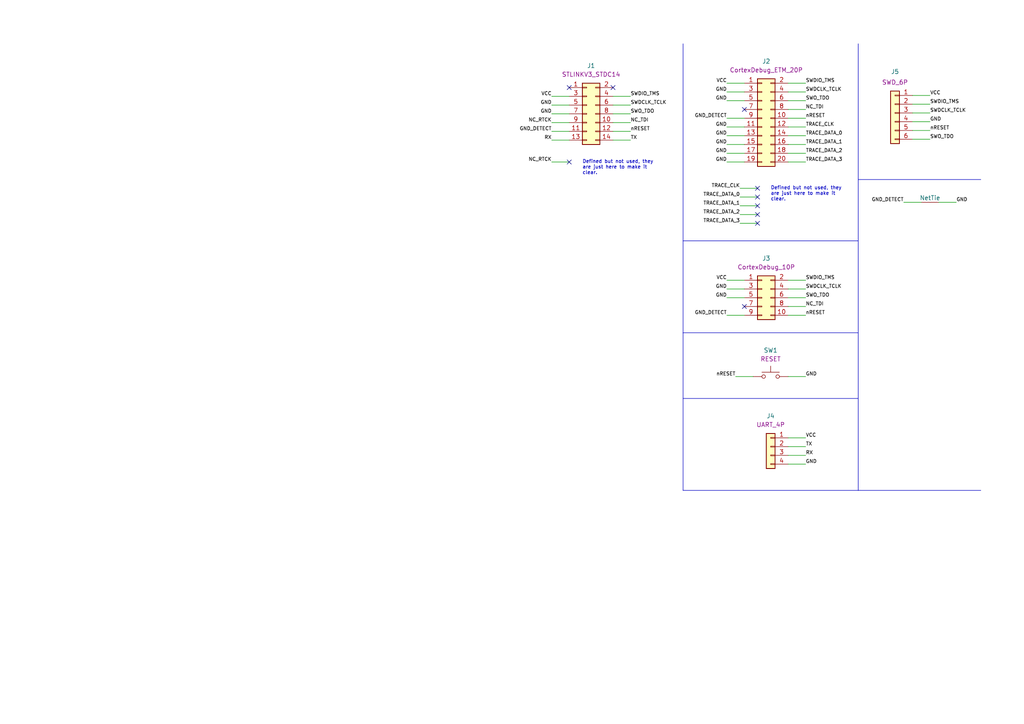
<source format=kicad_sch>
(kicad_sch (version 20230121) (generator eeschema)

  (uuid 50af08b7-9eb0-4199-add4-a3e594662856)

  (paper "A4")

  (title_block
    (title "ST-Link V3 MINI Adapter")
    (date "2022-10-03")
    (rev "2.0")
    (company "BlendEthanol by BZH Embedded Solutions")
  )

  (lib_symbols
    (symbol "Connector_Generic:Conn_01x04" (pin_names (offset 1.016) hide) (in_bom yes) (on_board yes)
      (property "Reference" "J" (at 0 5.08 0)
        (effects (font (size 1.27 1.27)))
      )
      (property "Value" "Conn_01x04" (at 0 -7.62 0)
        (effects (font (size 1.27 1.27)))
      )
      (property "Footprint" "" (at 0 0 0)
        (effects (font (size 1.27 1.27)) hide)
      )
      (property "Datasheet" "~" (at 0 0 0)
        (effects (font (size 1.27 1.27)) hide)
      )
      (property "ki_keywords" "connector" (at 0 0 0)
        (effects (font (size 1.27 1.27)) hide)
      )
      (property "ki_description" "Generic connector, single row, 01x04, script generated (kicad-library-utils/schlib/autogen/connector/)" (at 0 0 0)
        (effects (font (size 1.27 1.27)) hide)
      )
      (property "ki_fp_filters" "Connector*:*_1x??_*" (at 0 0 0)
        (effects (font (size 1.27 1.27)) hide)
      )
      (symbol "Conn_01x04_1_1"
        (rectangle (start -1.27 -4.953) (end 0 -5.207)
          (stroke (width 0.1524) (type default))
          (fill (type none))
        )
        (rectangle (start -1.27 -2.413) (end 0 -2.667)
          (stroke (width 0.1524) (type default))
          (fill (type none))
        )
        (rectangle (start -1.27 0.127) (end 0 -0.127)
          (stroke (width 0.1524) (type default))
          (fill (type none))
        )
        (rectangle (start -1.27 2.667) (end 0 2.413)
          (stroke (width 0.1524) (type default))
          (fill (type none))
        )
        (rectangle (start -1.27 3.81) (end 1.27 -6.35)
          (stroke (width 0.254) (type default))
          (fill (type background))
        )
        (pin passive line (at -5.08 2.54 0) (length 3.81)
          (name "Pin_1" (effects (font (size 1.27 1.27))))
          (number "1" (effects (font (size 1.27 1.27))))
        )
        (pin passive line (at -5.08 0 0) (length 3.81)
          (name "Pin_2" (effects (font (size 1.27 1.27))))
          (number "2" (effects (font (size 1.27 1.27))))
        )
        (pin passive line (at -5.08 -2.54 0) (length 3.81)
          (name "Pin_3" (effects (font (size 1.27 1.27))))
          (number "3" (effects (font (size 1.27 1.27))))
        )
        (pin passive line (at -5.08 -5.08 0) (length 3.81)
          (name "Pin_4" (effects (font (size 1.27 1.27))))
          (number "4" (effects (font (size 1.27 1.27))))
        )
      )
    )
    (symbol "Connector_Generic:Conn_01x06" (pin_names (offset 1.016) hide) (in_bom yes) (on_board yes)
      (property "Reference" "J" (at 0 7.62 0)
        (effects (font (size 1.27 1.27)))
      )
      (property "Value" "Conn_01x06" (at 0 -10.16 0)
        (effects (font (size 1.27 1.27)))
      )
      (property "Footprint" "" (at 0 0 0)
        (effects (font (size 1.27 1.27)) hide)
      )
      (property "Datasheet" "~" (at 0 0 0)
        (effects (font (size 1.27 1.27)) hide)
      )
      (property "ki_keywords" "connector" (at 0 0 0)
        (effects (font (size 1.27 1.27)) hide)
      )
      (property "ki_description" "Generic connector, single row, 01x06, script generated (kicad-library-utils/schlib/autogen/connector/)" (at 0 0 0)
        (effects (font (size 1.27 1.27)) hide)
      )
      (property "ki_fp_filters" "Connector*:*_1x??_*" (at 0 0 0)
        (effects (font (size 1.27 1.27)) hide)
      )
      (symbol "Conn_01x06_1_1"
        (rectangle (start -1.27 -7.493) (end 0 -7.747)
          (stroke (width 0.1524) (type default))
          (fill (type none))
        )
        (rectangle (start -1.27 -4.953) (end 0 -5.207)
          (stroke (width 0.1524) (type default))
          (fill (type none))
        )
        (rectangle (start -1.27 -2.413) (end 0 -2.667)
          (stroke (width 0.1524) (type default))
          (fill (type none))
        )
        (rectangle (start -1.27 0.127) (end 0 -0.127)
          (stroke (width 0.1524) (type default))
          (fill (type none))
        )
        (rectangle (start -1.27 2.667) (end 0 2.413)
          (stroke (width 0.1524) (type default))
          (fill (type none))
        )
        (rectangle (start -1.27 5.207) (end 0 4.953)
          (stroke (width 0.1524) (type default))
          (fill (type none))
        )
        (rectangle (start -1.27 6.35) (end 1.27 -8.89)
          (stroke (width 0.254) (type default))
          (fill (type background))
        )
        (pin passive line (at -5.08 5.08 0) (length 3.81)
          (name "Pin_1" (effects (font (size 1.27 1.27))))
          (number "1" (effects (font (size 1.27 1.27))))
        )
        (pin passive line (at -5.08 2.54 0) (length 3.81)
          (name "Pin_2" (effects (font (size 1.27 1.27))))
          (number "2" (effects (font (size 1.27 1.27))))
        )
        (pin passive line (at -5.08 0 0) (length 3.81)
          (name "Pin_3" (effects (font (size 1.27 1.27))))
          (number "3" (effects (font (size 1.27 1.27))))
        )
        (pin passive line (at -5.08 -2.54 0) (length 3.81)
          (name "Pin_4" (effects (font (size 1.27 1.27))))
          (number "4" (effects (font (size 1.27 1.27))))
        )
        (pin passive line (at -5.08 -5.08 0) (length 3.81)
          (name "Pin_5" (effects (font (size 1.27 1.27))))
          (number "5" (effects (font (size 1.27 1.27))))
        )
        (pin passive line (at -5.08 -7.62 0) (length 3.81)
          (name "Pin_6" (effects (font (size 1.27 1.27))))
          (number "6" (effects (font (size 1.27 1.27))))
        )
      )
    )
    (symbol "Connector_Generic:Conn_02x05_Odd_Even" (pin_names (offset 1.016) hide) (in_bom yes) (on_board yes)
      (property "Reference" "J" (at 1.27 7.62 0)
        (effects (font (size 1.27 1.27)))
      )
      (property "Value" "Conn_02x05_Odd_Even" (at 1.27 -7.62 0)
        (effects (font (size 1.27 1.27)))
      )
      (property "Footprint" "" (at 0 0 0)
        (effects (font (size 1.27 1.27)) hide)
      )
      (property "Datasheet" "~" (at 0 0 0)
        (effects (font (size 1.27 1.27)) hide)
      )
      (property "ki_keywords" "connector" (at 0 0 0)
        (effects (font (size 1.27 1.27)) hide)
      )
      (property "ki_description" "Generic connector, double row, 02x05, odd/even pin numbering scheme (row 1 odd numbers, row 2 even numbers), script generated (kicad-library-utils/schlib/autogen/connector/)" (at 0 0 0)
        (effects (font (size 1.27 1.27)) hide)
      )
      (property "ki_fp_filters" "Connector*:*_2x??_*" (at 0 0 0)
        (effects (font (size 1.27 1.27)) hide)
      )
      (symbol "Conn_02x05_Odd_Even_1_1"
        (rectangle (start -1.27 -4.953) (end 0 -5.207)
          (stroke (width 0.1524) (type default))
          (fill (type none))
        )
        (rectangle (start -1.27 -2.413) (end 0 -2.667)
          (stroke (width 0.1524) (type default))
          (fill (type none))
        )
        (rectangle (start -1.27 0.127) (end 0 -0.127)
          (stroke (width 0.1524) (type default))
          (fill (type none))
        )
        (rectangle (start -1.27 2.667) (end 0 2.413)
          (stroke (width 0.1524) (type default))
          (fill (type none))
        )
        (rectangle (start -1.27 5.207) (end 0 4.953)
          (stroke (width 0.1524) (type default))
          (fill (type none))
        )
        (rectangle (start -1.27 6.35) (end 3.81 -6.35)
          (stroke (width 0.254) (type default))
          (fill (type background))
        )
        (rectangle (start 3.81 -4.953) (end 2.54 -5.207)
          (stroke (width 0.1524) (type default))
          (fill (type none))
        )
        (rectangle (start 3.81 -2.413) (end 2.54 -2.667)
          (stroke (width 0.1524) (type default))
          (fill (type none))
        )
        (rectangle (start 3.81 0.127) (end 2.54 -0.127)
          (stroke (width 0.1524) (type default))
          (fill (type none))
        )
        (rectangle (start 3.81 2.667) (end 2.54 2.413)
          (stroke (width 0.1524) (type default))
          (fill (type none))
        )
        (rectangle (start 3.81 5.207) (end 2.54 4.953)
          (stroke (width 0.1524) (type default))
          (fill (type none))
        )
        (pin passive line (at -5.08 5.08 0) (length 3.81)
          (name "Pin_1" (effects (font (size 1.27 1.27))))
          (number "1" (effects (font (size 1.27 1.27))))
        )
        (pin passive line (at 7.62 -5.08 180) (length 3.81)
          (name "Pin_10" (effects (font (size 1.27 1.27))))
          (number "10" (effects (font (size 1.27 1.27))))
        )
        (pin passive line (at 7.62 5.08 180) (length 3.81)
          (name "Pin_2" (effects (font (size 1.27 1.27))))
          (number "2" (effects (font (size 1.27 1.27))))
        )
        (pin passive line (at -5.08 2.54 0) (length 3.81)
          (name "Pin_3" (effects (font (size 1.27 1.27))))
          (number "3" (effects (font (size 1.27 1.27))))
        )
        (pin passive line (at 7.62 2.54 180) (length 3.81)
          (name "Pin_4" (effects (font (size 1.27 1.27))))
          (number "4" (effects (font (size 1.27 1.27))))
        )
        (pin passive line (at -5.08 0 0) (length 3.81)
          (name "Pin_5" (effects (font (size 1.27 1.27))))
          (number "5" (effects (font (size 1.27 1.27))))
        )
        (pin passive line (at 7.62 0 180) (length 3.81)
          (name "Pin_6" (effects (font (size 1.27 1.27))))
          (number "6" (effects (font (size 1.27 1.27))))
        )
        (pin passive line (at -5.08 -2.54 0) (length 3.81)
          (name "Pin_7" (effects (font (size 1.27 1.27))))
          (number "7" (effects (font (size 1.27 1.27))))
        )
        (pin passive line (at 7.62 -2.54 180) (length 3.81)
          (name "Pin_8" (effects (font (size 1.27 1.27))))
          (number "8" (effects (font (size 1.27 1.27))))
        )
        (pin passive line (at -5.08 -5.08 0) (length 3.81)
          (name "Pin_9" (effects (font (size 1.27 1.27))))
          (number "9" (effects (font (size 1.27 1.27))))
        )
      )
    )
    (symbol "Connector_Generic:Conn_02x07_Odd_Even" (pin_names (offset 1.016) hide) (in_bom yes) (on_board yes)
      (property "Reference" "J" (at 1.27 10.16 0)
        (effects (font (size 1.27 1.27)))
      )
      (property "Value" "Conn_02x07_Odd_Even" (at 1.27 -10.16 0)
        (effects (font (size 1.27 1.27)))
      )
      (property "Footprint" "" (at 0 0 0)
        (effects (font (size 1.27 1.27)) hide)
      )
      (property "Datasheet" "~" (at 0 0 0)
        (effects (font (size 1.27 1.27)) hide)
      )
      (property "ki_keywords" "connector" (at 0 0 0)
        (effects (font (size 1.27 1.27)) hide)
      )
      (property "ki_description" "Generic connector, double row, 02x07, odd/even pin numbering scheme (row 1 odd numbers, row 2 even numbers), script generated (kicad-library-utils/schlib/autogen/connector/)" (at 0 0 0)
        (effects (font (size 1.27 1.27)) hide)
      )
      (property "ki_fp_filters" "Connector*:*_2x??_*" (at 0 0 0)
        (effects (font (size 1.27 1.27)) hide)
      )
      (symbol "Conn_02x07_Odd_Even_1_1"
        (rectangle (start -1.27 -7.493) (end 0 -7.747)
          (stroke (width 0.1524) (type default))
          (fill (type none))
        )
        (rectangle (start -1.27 -4.953) (end 0 -5.207)
          (stroke (width 0.1524) (type default))
          (fill (type none))
        )
        (rectangle (start -1.27 -2.413) (end 0 -2.667)
          (stroke (width 0.1524) (type default))
          (fill (type none))
        )
        (rectangle (start -1.27 0.127) (end 0 -0.127)
          (stroke (width 0.1524) (type default))
          (fill (type none))
        )
        (rectangle (start -1.27 2.667) (end 0 2.413)
          (stroke (width 0.1524) (type default))
          (fill (type none))
        )
        (rectangle (start -1.27 5.207) (end 0 4.953)
          (stroke (width 0.1524) (type default))
          (fill (type none))
        )
        (rectangle (start -1.27 7.747) (end 0 7.493)
          (stroke (width 0.1524) (type default))
          (fill (type none))
        )
        (rectangle (start -1.27 8.89) (end 3.81 -8.89)
          (stroke (width 0.254) (type default))
          (fill (type background))
        )
        (rectangle (start 3.81 -7.493) (end 2.54 -7.747)
          (stroke (width 0.1524) (type default))
          (fill (type none))
        )
        (rectangle (start 3.81 -4.953) (end 2.54 -5.207)
          (stroke (width 0.1524) (type default))
          (fill (type none))
        )
        (rectangle (start 3.81 -2.413) (end 2.54 -2.667)
          (stroke (width 0.1524) (type default))
          (fill (type none))
        )
        (rectangle (start 3.81 0.127) (end 2.54 -0.127)
          (stroke (width 0.1524) (type default))
          (fill (type none))
        )
        (rectangle (start 3.81 2.667) (end 2.54 2.413)
          (stroke (width 0.1524) (type default))
          (fill (type none))
        )
        (rectangle (start 3.81 5.207) (end 2.54 4.953)
          (stroke (width 0.1524) (type default))
          (fill (type none))
        )
        (rectangle (start 3.81 7.747) (end 2.54 7.493)
          (stroke (width 0.1524) (type default))
          (fill (type none))
        )
        (pin passive line (at -5.08 7.62 0) (length 3.81)
          (name "Pin_1" (effects (font (size 1.27 1.27))))
          (number "1" (effects (font (size 1.27 1.27))))
        )
        (pin passive line (at 7.62 -2.54 180) (length 3.81)
          (name "Pin_10" (effects (font (size 1.27 1.27))))
          (number "10" (effects (font (size 1.27 1.27))))
        )
        (pin passive line (at -5.08 -5.08 0) (length 3.81)
          (name "Pin_11" (effects (font (size 1.27 1.27))))
          (number "11" (effects (font (size 1.27 1.27))))
        )
        (pin passive line (at 7.62 -5.08 180) (length 3.81)
          (name "Pin_12" (effects (font (size 1.27 1.27))))
          (number "12" (effects (font (size 1.27 1.27))))
        )
        (pin passive line (at -5.08 -7.62 0) (length 3.81)
          (name "Pin_13" (effects (font (size 1.27 1.27))))
          (number "13" (effects (font (size 1.27 1.27))))
        )
        (pin passive line (at 7.62 -7.62 180) (length 3.81)
          (name "Pin_14" (effects (font (size 1.27 1.27))))
          (number "14" (effects (font (size 1.27 1.27))))
        )
        (pin passive line (at 7.62 7.62 180) (length 3.81)
          (name "Pin_2" (effects (font (size 1.27 1.27))))
          (number "2" (effects (font (size 1.27 1.27))))
        )
        (pin passive line (at -5.08 5.08 0) (length 3.81)
          (name "Pin_3" (effects (font (size 1.27 1.27))))
          (number "3" (effects (font (size 1.27 1.27))))
        )
        (pin passive line (at 7.62 5.08 180) (length 3.81)
          (name "Pin_4" (effects (font (size 1.27 1.27))))
          (number "4" (effects (font (size 1.27 1.27))))
        )
        (pin passive line (at -5.08 2.54 0) (length 3.81)
          (name "Pin_5" (effects (font (size 1.27 1.27))))
          (number "5" (effects (font (size 1.27 1.27))))
        )
        (pin passive line (at 7.62 2.54 180) (length 3.81)
          (name "Pin_6" (effects (font (size 1.27 1.27))))
          (number "6" (effects (font (size 1.27 1.27))))
        )
        (pin passive line (at -5.08 0 0) (length 3.81)
          (name "Pin_7" (effects (font (size 1.27 1.27))))
          (number "7" (effects (font (size 1.27 1.27))))
        )
        (pin passive line (at 7.62 0 180) (length 3.81)
          (name "Pin_8" (effects (font (size 1.27 1.27))))
          (number "8" (effects (font (size 1.27 1.27))))
        )
        (pin passive line (at -5.08 -2.54 0) (length 3.81)
          (name "Pin_9" (effects (font (size 1.27 1.27))))
          (number "9" (effects (font (size 1.27 1.27))))
        )
      )
    )
    (symbol "Connector_Generic:Conn_02x10_Odd_Even" (pin_names (offset 1.016) hide) (in_bom yes) (on_board yes)
      (property "Reference" "J" (at 1.27 12.7 0)
        (effects (font (size 1.27 1.27)))
      )
      (property "Value" "Conn_02x10_Odd_Even" (at 1.27 -15.24 0)
        (effects (font (size 1.27 1.27)))
      )
      (property "Footprint" "" (at 0 0 0)
        (effects (font (size 1.27 1.27)) hide)
      )
      (property "Datasheet" "~" (at 0 0 0)
        (effects (font (size 1.27 1.27)) hide)
      )
      (property "ki_keywords" "connector" (at 0 0 0)
        (effects (font (size 1.27 1.27)) hide)
      )
      (property "ki_description" "Generic connector, double row, 02x10, odd/even pin numbering scheme (row 1 odd numbers, row 2 even numbers), script generated (kicad-library-utils/schlib/autogen/connector/)" (at 0 0 0)
        (effects (font (size 1.27 1.27)) hide)
      )
      (property "ki_fp_filters" "Connector*:*_2x??_*" (at 0 0 0)
        (effects (font (size 1.27 1.27)) hide)
      )
      (symbol "Conn_02x10_Odd_Even_1_1"
        (rectangle (start -1.27 -12.573) (end 0 -12.827)
          (stroke (width 0.1524) (type default))
          (fill (type none))
        )
        (rectangle (start -1.27 -10.033) (end 0 -10.287)
          (stroke (width 0.1524) (type default))
          (fill (type none))
        )
        (rectangle (start -1.27 -7.493) (end 0 -7.747)
          (stroke (width 0.1524) (type default))
          (fill (type none))
        )
        (rectangle (start -1.27 -4.953) (end 0 -5.207)
          (stroke (width 0.1524) (type default))
          (fill (type none))
        )
        (rectangle (start -1.27 -2.413) (end 0 -2.667)
          (stroke (width 0.1524) (type default))
          (fill (type none))
        )
        (rectangle (start -1.27 0.127) (end 0 -0.127)
          (stroke (width 0.1524) (type default))
          (fill (type none))
        )
        (rectangle (start -1.27 2.667) (end 0 2.413)
          (stroke (width 0.1524) (type default))
          (fill (type none))
        )
        (rectangle (start -1.27 5.207) (end 0 4.953)
          (stroke (width 0.1524) (type default))
          (fill (type none))
        )
        (rectangle (start -1.27 7.747) (end 0 7.493)
          (stroke (width 0.1524) (type default))
          (fill (type none))
        )
        (rectangle (start -1.27 10.287) (end 0 10.033)
          (stroke (width 0.1524) (type default))
          (fill (type none))
        )
        (rectangle (start -1.27 11.43) (end 3.81 -13.97)
          (stroke (width 0.254) (type default))
          (fill (type background))
        )
        (rectangle (start 3.81 -12.573) (end 2.54 -12.827)
          (stroke (width 0.1524) (type default))
          (fill (type none))
        )
        (rectangle (start 3.81 -10.033) (end 2.54 -10.287)
          (stroke (width 0.1524) (type default))
          (fill (type none))
        )
        (rectangle (start 3.81 -7.493) (end 2.54 -7.747)
          (stroke (width 0.1524) (type default))
          (fill (type none))
        )
        (rectangle (start 3.81 -4.953) (end 2.54 -5.207)
          (stroke (width 0.1524) (type default))
          (fill (type none))
        )
        (rectangle (start 3.81 -2.413) (end 2.54 -2.667)
          (stroke (width 0.1524) (type default))
          (fill (type none))
        )
        (rectangle (start 3.81 0.127) (end 2.54 -0.127)
          (stroke (width 0.1524) (type default))
          (fill (type none))
        )
        (rectangle (start 3.81 2.667) (end 2.54 2.413)
          (stroke (width 0.1524) (type default))
          (fill (type none))
        )
        (rectangle (start 3.81 5.207) (end 2.54 4.953)
          (stroke (width 0.1524) (type default))
          (fill (type none))
        )
        (rectangle (start 3.81 7.747) (end 2.54 7.493)
          (stroke (width 0.1524) (type default))
          (fill (type none))
        )
        (rectangle (start 3.81 10.287) (end 2.54 10.033)
          (stroke (width 0.1524) (type default))
          (fill (type none))
        )
        (pin passive line (at -5.08 10.16 0) (length 3.81)
          (name "Pin_1" (effects (font (size 1.27 1.27))))
          (number "1" (effects (font (size 1.27 1.27))))
        )
        (pin passive line (at 7.62 0 180) (length 3.81)
          (name "Pin_10" (effects (font (size 1.27 1.27))))
          (number "10" (effects (font (size 1.27 1.27))))
        )
        (pin passive line (at -5.08 -2.54 0) (length 3.81)
          (name "Pin_11" (effects (font (size 1.27 1.27))))
          (number "11" (effects (font (size 1.27 1.27))))
        )
        (pin passive line (at 7.62 -2.54 180) (length 3.81)
          (name "Pin_12" (effects (font (size 1.27 1.27))))
          (number "12" (effects (font (size 1.27 1.27))))
        )
        (pin passive line (at -5.08 -5.08 0) (length 3.81)
          (name "Pin_13" (effects (font (size 1.27 1.27))))
          (number "13" (effects (font (size 1.27 1.27))))
        )
        (pin passive line (at 7.62 -5.08 180) (length 3.81)
          (name "Pin_14" (effects (font (size 1.27 1.27))))
          (number "14" (effects (font (size 1.27 1.27))))
        )
        (pin passive line (at -5.08 -7.62 0) (length 3.81)
          (name "Pin_15" (effects (font (size 1.27 1.27))))
          (number "15" (effects (font (size 1.27 1.27))))
        )
        (pin passive line (at 7.62 -7.62 180) (length 3.81)
          (name "Pin_16" (effects (font (size 1.27 1.27))))
          (number "16" (effects (font (size 1.27 1.27))))
        )
        (pin passive line (at -5.08 -10.16 0) (length 3.81)
          (name "Pin_17" (effects (font (size 1.27 1.27))))
          (number "17" (effects (font (size 1.27 1.27))))
        )
        (pin passive line (at 7.62 -10.16 180) (length 3.81)
          (name "Pin_18" (effects (font (size 1.27 1.27))))
          (number "18" (effects (font (size 1.27 1.27))))
        )
        (pin passive line (at -5.08 -12.7 0) (length 3.81)
          (name "Pin_19" (effects (font (size 1.27 1.27))))
          (number "19" (effects (font (size 1.27 1.27))))
        )
        (pin passive line (at 7.62 10.16 180) (length 3.81)
          (name "Pin_2" (effects (font (size 1.27 1.27))))
          (number "2" (effects (font (size 1.27 1.27))))
        )
        (pin passive line (at 7.62 -12.7 180) (length 3.81)
          (name "Pin_20" (effects (font (size 1.27 1.27))))
          (number "20" (effects (font (size 1.27 1.27))))
        )
        (pin passive line (at -5.08 7.62 0) (length 3.81)
          (name "Pin_3" (effects (font (size 1.27 1.27))))
          (number "3" (effects (font (size 1.27 1.27))))
        )
        (pin passive line (at 7.62 7.62 180) (length 3.81)
          (name "Pin_4" (effects (font (size 1.27 1.27))))
          (number "4" (effects (font (size 1.27 1.27))))
        )
        (pin passive line (at -5.08 5.08 0) (length 3.81)
          (name "Pin_5" (effects (font (size 1.27 1.27))))
          (number "5" (effects (font (size 1.27 1.27))))
        )
        (pin passive line (at 7.62 5.08 180) (length 3.81)
          (name "Pin_6" (effects (font (size 1.27 1.27))))
          (number "6" (effects (font (size 1.27 1.27))))
        )
        (pin passive line (at -5.08 2.54 0) (length 3.81)
          (name "Pin_7" (effects (font (size 1.27 1.27))))
          (number "7" (effects (font (size 1.27 1.27))))
        )
        (pin passive line (at 7.62 2.54 180) (length 3.81)
          (name "Pin_8" (effects (font (size 1.27 1.27))))
          (number "8" (effects (font (size 1.27 1.27))))
        )
        (pin passive line (at -5.08 0 0) (length 3.81)
          (name "Pin_9" (effects (font (size 1.27 1.27))))
          (number "9" (effects (font (size 1.27 1.27))))
        )
      )
    )
    (symbol "PCM_4ms_Net-tie:NetTie" (pin_numbers hide) (pin_names (offset 0) hide) (in_bom yes) (on_board yes)
      (property "Reference" "TIE" (at 0 -1.905 0)
        (effects (font (size 1.27 1.27)) hide)
      )
      (property "Value" "NetTie" (at 0 1.27 0)
        (effects (font (size 1.27 1.27)))
      )
      (property "Footprint" "4ms_SolderJumper:Net_Tie_0.16mm_6mil" (at -0.635 -3.81 0)
        (effects (font (size 1.27 1.27)) hide)
      )
      (property "Datasheet" "" (at 0 0 0)
        (effects (font (size 1.27 1.27)) hide)
      )
      (property "Specifications" "DNP" (at 0 3.81 0)
        (effects (font (size 1.27 1.27)) hide)
      )
      (property "Manufacturer" "DNP" (at 0 3.81 0)
        (effects (font (size 1.27 1.27)) hide)
      )
      (property "Part Number" "Do Not Place" (at 0 2.54 0)
        (effects (font (size 1.27 1.27)) hide)
      )
      (symbol "NetTie_1_1"
        (pin passive line (at -2.54 0 0) (length 2.54)
          (name "1" (effects (font (size 1.27 1.27))))
          (number "1" (effects (font (size 1.27 1.27))))
        )
        (pin passive line (at 2.54 0 180) (length 2.54)
          (name "2" (effects (font (size 1.27 1.27))))
          (number "2" (effects (font (size 1.27 1.27))))
        )
      )
    )
    (symbol "Switch:SW_Push" (pin_numbers hide) (pin_names (offset 1.016) hide) (in_bom yes) (on_board yes)
      (property "Reference" "SW" (at 1.27 2.54 0)
        (effects (font (size 1.27 1.27)) (justify left))
      )
      (property "Value" "SW_Push" (at 0 -1.524 0)
        (effects (font (size 1.27 1.27)))
      )
      (property "Footprint" "" (at 0 5.08 0)
        (effects (font (size 1.27 1.27)) hide)
      )
      (property "Datasheet" "~" (at 0 5.08 0)
        (effects (font (size 1.27 1.27)) hide)
      )
      (property "ki_keywords" "switch normally-open pushbutton push-button" (at 0 0 0)
        (effects (font (size 1.27 1.27)) hide)
      )
      (property "ki_description" "Push button switch, generic, two pins" (at 0 0 0)
        (effects (font (size 1.27 1.27)) hide)
      )
      (symbol "SW_Push_0_1"
        (circle (center -2.032 0) (radius 0.508)
          (stroke (width 0) (type default))
          (fill (type none))
        )
        (polyline
          (pts
            (xy 0 1.27)
            (xy 0 3.048)
          )
          (stroke (width 0) (type default))
          (fill (type none))
        )
        (polyline
          (pts
            (xy 2.54 1.27)
            (xy -2.54 1.27)
          )
          (stroke (width 0) (type default))
          (fill (type none))
        )
        (circle (center 2.032 0) (radius 0.508)
          (stroke (width 0) (type default))
          (fill (type none))
        )
        (pin passive line (at -5.08 0 0) (length 2.54)
          (name "1" (effects (font (size 1.27 1.27))))
          (number "1" (effects (font (size 1.27 1.27))))
        )
        (pin passive line (at 5.08 0 180) (length 2.54)
          (name "2" (effects (font (size 1.27 1.27))))
          (number "2" (effects (font (size 1.27 1.27))))
        )
      )
    )
  )


  (no_connect (at 215.9 31.75) (uuid 19cb2019-3f41-44e1-9a16-ec942afec8b7))
  (no_connect (at 215.9 88.9) (uuid 19cb2019-3f41-44e1-9a16-ec942afec8b8))
  (no_connect (at 165.1 46.99) (uuid 1cf28369-0c42-4e9b-8093-0e3521f9020b))
  (no_connect (at 165.1 25.4) (uuid 766f1845-b1d0-4972-b5f5-f4165767db48))
  (no_connect (at 177.8 25.4) (uuid 766f1845-b1d0-4972-b5f5-f4165767db49))
  (no_connect (at 219.71 57.15) (uuid bff3e3ff-f0e0-4953-b3fa-348d7432eede))
  (no_connect (at 219.71 54.61) (uuid bff3e3ff-f0e0-4953-b3fa-348d7432eedf))
  (no_connect (at 219.71 59.69) (uuid bff3e3ff-f0e0-4953-b3fa-348d7432eee0))
  (no_connect (at 219.71 62.23) (uuid bff3e3ff-f0e0-4953-b3fa-348d7432eee1))
  (no_connect (at 219.71 64.77) (uuid bff3e3ff-f0e0-4953-b3fa-348d7432eee2))

  (wire (pts (xy 177.8 35.56) (xy 182.88 35.56))
    (stroke (width 0) (type default))
    (uuid 0633ebd6-3e4d-4ee6-a3e0-16d8ab38f08d)
  )
  (polyline (pts (xy 198.12 69.85) (xy 248.92 69.85))
    (stroke (width 0) (type default))
    (uuid 0e57e508-047f-4ab2-8b02-f162ccbbccb8)
  )

  (wire (pts (xy 228.6 109.22) (xy 233.68 109.22))
    (stroke (width 0) (type default))
    (uuid 0ff0bd7b-c121-40ec-92fd-081e3cd88028)
  )
  (wire (pts (xy 228.6 41.91) (xy 233.68 41.91))
    (stroke (width 0) (type default))
    (uuid 16f6cfa6-8432-4ae4-a020-3f1fc7f852b4)
  )
  (wire (pts (xy 210.82 34.29) (xy 215.9 34.29))
    (stroke (width 0) (type default))
    (uuid 17bdf168-4432-4397-b0b4-13dba56aab6a)
  )
  (polyline (pts (xy 248.92 142.24) (xy 284.48 142.24))
    (stroke (width 0) (type default))
    (uuid 1bec60ba-19ef-42d8-8a5a-d112fbabf91d)
  )

  (wire (pts (xy 160.02 33.02) (xy 165.1 33.02))
    (stroke (width 0) (type default))
    (uuid 1de52774-d87c-42ca-9658-7ff84c4e9cd6)
  )
  (wire (pts (xy 219.71 62.23) (xy 214.63 62.23))
    (stroke (width 0) (type default))
    (uuid 1ec9134f-7e01-45ca-93da-400198a51a98)
  )
  (wire (pts (xy 210.82 46.99) (xy 215.9 46.99))
    (stroke (width 0) (type default))
    (uuid 1f551c5a-00e5-4df2-a47f-26a7c675dbc5)
  )
  (wire (pts (xy 228.6 81.28) (xy 233.68 81.28))
    (stroke (width 0) (type default))
    (uuid 216c6448-bec7-45e8-a074-0203efbd53d3)
  )
  (wire (pts (xy 228.6 44.45) (xy 233.68 44.45))
    (stroke (width 0) (type default))
    (uuid 2847b4f8-d580-43bc-86d8-fdf801e03357)
  )
  (wire (pts (xy 177.8 40.64) (xy 182.88 40.64))
    (stroke (width 0) (type default))
    (uuid 38160292-5898-4d6d-a804-4a962dbc80a6)
  )
  (wire (pts (xy 262.128 58.674) (xy 267.208 58.674))
    (stroke (width 0) (type default))
    (uuid 391dd30c-13cf-4cf5-a966-ea725f5d1401)
  )
  (wire (pts (xy 210.82 81.28) (xy 215.9 81.28))
    (stroke (width 0) (type default))
    (uuid 39c1166a-f5cb-4340-9dca-14741fecdde6)
  )
  (wire (pts (xy 228.6 34.29) (xy 233.68 34.29))
    (stroke (width 0) (type default))
    (uuid 3c7b0b1b-f9d8-4023-9562-1802fe2633d9)
  )
  (wire (pts (xy 177.8 33.02) (xy 182.88 33.02))
    (stroke (width 0) (type default))
    (uuid 3ce84dcd-6479-4ba5-a6ee-652847417842)
  )
  (wire (pts (xy 219.71 64.77) (xy 214.63 64.77))
    (stroke (width 0) (type default))
    (uuid 3dc86007-95cd-4a50-9091-5692a0c0c9e8)
  )
  (polyline (pts (xy 248.92 52.07) (xy 284.48 52.07))
    (stroke (width 0) (type default))
    (uuid 3f8e6320-494c-4224-bacf-feedfdcf9469)
  )
  (polyline (pts (xy 198.12 96.52) (xy 248.92 96.52))
    (stroke (width 0) (type default))
    (uuid 43f9827a-c91a-4861-9f68-a605f1ff2500)
  )

  (wire (pts (xy 210.82 36.83) (xy 215.9 36.83))
    (stroke (width 0) (type default))
    (uuid 448dc45f-c0be-4656-8dec-16c670764022)
  )
  (wire (pts (xy 228.6 36.83) (xy 233.68 36.83))
    (stroke (width 0) (type default))
    (uuid 48a99121-0af1-4de6-82be-648d95fa9cfc)
  )
  (wire (pts (xy 160.02 40.64) (xy 165.1 40.64))
    (stroke (width 0) (type default))
    (uuid 494a1644-da46-4c86-9a64-1756760cd078)
  )
  (wire (pts (xy 228.6 39.37) (xy 233.68 39.37))
    (stroke (width 0) (type default))
    (uuid 4bd7f7be-f36f-4d4e-aa00-169c43e88c9a)
  )
  (polyline (pts (xy 198.12 96.52) (xy 198.12 142.24))
    (stroke (width 0) (type default))
    (uuid 51cc5ff7-7711-4f41-a5bf-be6ea5d6792e)
  )
  (polyline (pts (xy 198.12 142.24) (xy 248.92 142.24))
    (stroke (width 0) (type default))
    (uuid 538b53cb-04c2-4e6e-8fd6-0601a2afeca5)
  )

  (wire (pts (xy 219.71 59.69) (xy 214.63 59.69))
    (stroke (width 0) (type default))
    (uuid 54087c60-b36a-49e7-9edb-0b14fd1411a4)
  )
  (wire (pts (xy 228.6 83.82) (xy 233.68 83.82))
    (stroke (width 0) (type default))
    (uuid 588ca2cc-ebbb-4dc2-964c-4fda721bc4a3)
  )
  (wire (pts (xy 228.6 86.36) (xy 233.68 86.36))
    (stroke (width 0) (type default))
    (uuid 5fdf23be-3ef5-491d-8813-b1b980c982a0)
  )
  (wire (pts (xy 160.02 35.56) (xy 165.1 35.56))
    (stroke (width 0) (type default))
    (uuid 6007368d-7464-47e7-aa1f-73edfbb17060)
  )
  (wire (pts (xy 264.668 40.386) (xy 269.748 40.386))
    (stroke (width 0) (type default))
    (uuid 6511d15d-577e-48b9-a4c6-1d23066e9f26)
  )
  (wire (pts (xy 210.82 26.67) (xy 215.9 26.67))
    (stroke (width 0) (type default))
    (uuid 652195b3-dc03-473b-88a4-d055251b9e65)
  )
  (wire (pts (xy 210.82 41.91) (xy 215.9 41.91))
    (stroke (width 0) (type default))
    (uuid 658f38f8-6efc-4334-bbf9-a86b6d93e38a)
  )
  (wire (pts (xy 219.71 57.15) (xy 214.63 57.15))
    (stroke (width 0) (type default))
    (uuid 74f91d99-2b5d-4a95-a705-8f57f303f3b0)
  )
  (wire (pts (xy 264.668 30.226) (xy 269.748 30.226))
    (stroke (width 0) (type default))
    (uuid 752958d1-bdb3-42cb-8f09-8fa66a102b2d)
  )
  (wire (pts (xy 177.8 30.48) (xy 182.88 30.48))
    (stroke (width 0) (type default))
    (uuid 791071a8-85c3-4908-9837-64c0f69e2873)
  )
  (wire (pts (xy 210.82 24.13) (xy 215.9 24.13))
    (stroke (width 0) (type default))
    (uuid 7f3452d8-b898-46fc-b5e1-326b06740d4c)
  )
  (wire (pts (xy 210.82 91.44) (xy 215.9 91.44))
    (stroke (width 0) (type default))
    (uuid 82fc38a2-031b-4d59-b1a4-947e5fc263c4)
  )
  (wire (pts (xy 210.82 83.82) (xy 215.9 83.82))
    (stroke (width 0) (type default))
    (uuid 88a53a43-2e17-4bab-b300-59221e91f320)
  )
  (wire (pts (xy 210.82 86.36) (xy 215.9 86.36))
    (stroke (width 0) (type default))
    (uuid 88f946d2-4840-405a-ad05-0e7ecd9e2785)
  )
  (wire (pts (xy 228.6 24.13) (xy 233.68 24.13))
    (stroke (width 0) (type default))
    (uuid 8a43c447-d754-4ca3-aba3-2faeb1e19602)
  )
  (wire (pts (xy 213.36 109.22) (xy 218.44 109.22))
    (stroke (width 0) (type default))
    (uuid 8fd7372b-68fa-4dca-b387-30669b550e05)
  )
  (wire (pts (xy 228.6 31.75) (xy 233.68 31.75))
    (stroke (width 0) (type default))
    (uuid 9252d739-55dc-40b1-bf74-80b0af6977d4)
  )
  (wire (pts (xy 228.6 46.99) (xy 233.68 46.99))
    (stroke (width 0) (type default))
    (uuid 9bdd500d-f58e-4a87-8abc-b967bb0b05a5)
  )
  (wire (pts (xy 272.288 58.674) (xy 277.368 58.674))
    (stroke (width 0) (type default))
    (uuid 9c7d15b5-9d4e-40a2-8c08-64ed92363f63)
  )
  (wire (pts (xy 160.02 27.94) (xy 165.1 27.94))
    (stroke (width 0) (type default))
    (uuid a4ea610a-9da6-41e7-91e1-7ae72c2b98b1)
  )
  (wire (pts (xy 210.82 44.45) (xy 215.9 44.45))
    (stroke (width 0) (type default))
    (uuid b153bf5b-8779-40c8-be99-43c640096e90)
  )
  (wire (pts (xy 228.6 29.21) (xy 233.68 29.21))
    (stroke (width 0) (type default))
    (uuid b35b659e-effa-4433-a6ba-440c71e7248a)
  )
  (wire (pts (xy 228.6 91.44) (xy 233.68 91.44))
    (stroke (width 0) (type default))
    (uuid b4257655-165e-4323-acd0-96cbfb6eb45f)
  )
  (wire (pts (xy 228.6 88.9) (xy 233.68 88.9))
    (stroke (width 0) (type default))
    (uuid b83578c2-7832-4e37-a170-164bbd535994)
  )
  (wire (pts (xy 177.8 27.94) (xy 182.88 27.94))
    (stroke (width 0) (type default))
    (uuid c16a53e2-c6ed-4bda-96b1-8de3bf90d612)
  )
  (wire (pts (xy 228.6 129.54) (xy 233.68 129.54))
    (stroke (width 0) (type default))
    (uuid d40e9cd8-fcb2-4a57-9b20-236b9b2dd28b)
  )
  (wire (pts (xy 228.6 132.08) (xy 233.68 132.08))
    (stroke (width 0) (type default))
    (uuid d56821c1-ca1b-4aa0-ac30-e20307d4575a)
  )
  (wire (pts (xy 160.02 46.99) (xy 165.1 46.99))
    (stroke (width 0) (type default))
    (uuid d66268b3-dce0-43ac-ab6e-3a465f019284)
  )
  (wire (pts (xy 228.6 26.67) (xy 233.68 26.67))
    (stroke (width 0) (type default))
    (uuid d68ef37e-5938-44c8-8a4c-bae2a90cfb92)
  )
  (wire (pts (xy 264.668 37.846) (xy 269.748 37.846))
    (stroke (width 0) (type default))
    (uuid d7edeea4-af73-45ce-8bee-c08015e4add3)
  )
  (wire (pts (xy 228.6 134.62) (xy 233.68 134.62))
    (stroke (width 0) (type default))
    (uuid ddec89fe-b76a-456c-a222-f964502a82ad)
  )
  (wire (pts (xy 210.82 39.37) (xy 215.9 39.37))
    (stroke (width 0) (type default))
    (uuid df4c2a76-0621-472b-83af-d50dec14be2c)
  )
  (wire (pts (xy 264.668 32.766) (xy 269.748 32.766))
    (stroke (width 0) (type default))
    (uuid e151ee25-9cb7-4024-a84a-bb1df64770f9)
  )
  (wire (pts (xy 160.02 30.48) (xy 165.1 30.48))
    (stroke (width 0) (type default))
    (uuid e234c51f-462f-4c60-a920-e8b304ec135f)
  )
  (polyline (pts (xy 198.12 115.57) (xy 248.92 115.57))
    (stroke (width 0) (type default))
    (uuid e2d147c5-6945-4886-9392-5ac400ab63a8)
  )

  (wire (pts (xy 210.82 29.21) (xy 215.9 29.21))
    (stroke (width 0) (type default))
    (uuid e3540b1f-38ba-41e7-b48d-5ff6a8bdd515)
  )
  (wire (pts (xy 264.668 27.686) (xy 269.748 27.686))
    (stroke (width 0) (type default))
    (uuid e8f18517-f20f-4fa4-be61-8661cec10231)
  )
  (wire (pts (xy 228.6 127) (xy 233.68 127))
    (stroke (width 0) (type default))
    (uuid e965ce42-956e-4d61-af4d-e0c413c81094)
  )
  (wire (pts (xy 264.668 35.306) (xy 269.748 35.306))
    (stroke (width 0) (type default))
    (uuid e984e017-bb4e-45d1-831c-53f472d122fb)
  )
  (wire (pts (xy 160.02 38.1) (xy 165.1 38.1))
    (stroke (width 0) (type default))
    (uuid ef187ffd-5e6e-48f6-9a15-eb9dff10c97c)
  )
  (polyline (pts (xy 198.12 12.7) (xy 198.12 96.52))
    (stroke (width 0) (type default))
    (uuid efb76b4e-75bf-4a55-9aca-26abfa4610e3)
  )

  (wire (pts (xy 219.71 54.61) (xy 214.63 54.61))
    (stroke (width 0) (type default))
    (uuid f2b04d1d-d3d6-4e42-8432-219e4dc7bf57)
  )
  (polyline (pts (xy 248.92 12.7) (xy 248.92 142.24))
    (stroke (width 0) (type default))
    (uuid f35a7eb5-c4a2-4665-b70a-bfaecc652181)
  )

  (wire (pts (xy 177.8 38.1) (xy 182.88 38.1))
    (stroke (width 0) (type default))
    (uuid faa871e8-0ef9-4da8-a062-7783af1f0619)
  )

  (text "Defined but not used, they\nare just here to make it\nclear."
    (at 168.91 50.8 0)
    (effects (font (size 1 1)) (justify left bottom))
    (uuid 9a92615b-43fe-49b3-9dc7-521de0fa82bc)
  )
  (text "Defined but not used, they\nare just here to make it\nclear."
    (at 223.52 58.42 0)
    (effects (font (size 1 1)) (justify left bottom))
    (uuid e0d28e2d-3087-4c42-b36c-ab9f62674a99)
  )

  (label "SWO_TDO" (at 233.68 86.36 0) (fields_autoplaced)
    (effects (font (size 1 1)) (justify left bottom))
    (uuid 12578c7c-39c6-4362-bd0b-41b3450fa41f)
  )
  (label "TX" (at 182.88 40.64 0) (fields_autoplaced)
    (effects (font (size 1 1)) (justify left bottom))
    (uuid 17104a9a-6d28-447c-bf16-0281cddfba1b)
  )
  (label "TRACE_DATA_3" (at 233.68 46.99 0) (fields_autoplaced)
    (effects (font (size 1 1)) (justify left bottom))
    (uuid 1b180797-e16b-4efd-8dbc-7462cb233f70)
  )
  (label "GND" (at 210.82 44.45 180) (fields_autoplaced)
    (effects (font (size 1 1)) (justify right bottom))
    (uuid 1db873e4-fe6a-4d28-bb90-6baa858ff0b0)
  )
  (label "SWO_TDO" (at 233.68 29.21 0) (fields_autoplaced)
    (effects (font (size 1 1)) (justify left bottom))
    (uuid 200c3b6b-57c6-4b1a-b940-df9feb462a72)
  )
  (label "GND" (at 233.68 109.22 0) (fields_autoplaced)
    (effects (font (size 1 1)) (justify left bottom))
    (uuid 255cfe53-098f-4474-8e2c-c34861e13c0d)
  )
  (label "SWO_TDO" (at 269.748 40.386 0) (fields_autoplaced)
    (effects (font (size 1 1)) (justify left bottom))
    (uuid 2963e39d-6dad-456c-8c21-93774235bdbf)
  )
  (label "GND" (at 210.82 36.83 180) (fields_autoplaced)
    (effects (font (size 1 1)) (justify right bottom))
    (uuid 2a459999-ef97-4b1e-8bd4-1e755bd367e6)
  )
  (label "GND" (at 210.82 41.91 180) (fields_autoplaced)
    (effects (font (size 1 1)) (justify right bottom))
    (uuid 367a50bf-01c6-422c-b00e-fc9f893b7f60)
  )
  (label "SWDCLK_TCLK" (at 269.748 32.766 0) (fields_autoplaced)
    (effects (font (size 1 1)) (justify left bottom))
    (uuid 388295e0-aacd-4a18-8323-fd85524fbb1d)
  )
  (label "SWDCLK_TCLK" (at 233.68 83.82 0) (fields_autoplaced)
    (effects (font (size 1 1)) (justify left bottom))
    (uuid 3ccf5471-2f67-4492-a765-623b11bb10ee)
  )
  (label "nRESET" (at 233.68 91.44 0) (fields_autoplaced)
    (effects (font (size 1 1)) (justify left bottom))
    (uuid 3e28130e-5473-4dd9-9b91-66087aa71a28)
  )
  (label "SWDIO_TMS" (at 182.88 27.94 0) (fields_autoplaced)
    (effects (font (size 1 1)) (justify left bottom))
    (uuid 4381b70c-d3cb-4b94-a189-cc75d411ad63)
  )
  (label "GND_DETECT" (at 262.128 58.674 180) (fields_autoplaced)
    (effects (font (size 1 1)) (justify right bottom))
    (uuid 56de10a4-a544-45eb-9956-5f396b598b0a)
  )
  (label "VCC" (at 233.68 127 0) (fields_autoplaced)
    (effects (font (size 1 1)) (justify left bottom))
    (uuid 60ab7be5-9c08-49cc-88be-0197e5650aa2)
  )
  (label "SWDCLK_TCLK" (at 233.68 26.67 0) (fields_autoplaced)
    (effects (font (size 1 1)) (justify left bottom))
    (uuid 73d3c023-c060-4cfc-a9cc-06ff829c1e4a)
  )
  (label "SWO_TDO" (at 182.88 33.02 0) (fields_autoplaced)
    (effects (font (size 1 1)) (justify left bottom))
    (uuid 762d6299-6e24-4355-884a-804566254048)
  )
  (label "GND" (at 210.82 29.21 180) (fields_autoplaced)
    (effects (font (size 1 1)) (justify right bottom))
    (uuid 7d357139-5f80-400d-b0b4-2a9703bdd103)
  )
  (label "VCC" (at 269.748 27.686 0) (fields_autoplaced)
    (effects (font (size 1 1)) (justify left bottom))
    (uuid 7dc8af75-8908-4244-944d-7ac8f0b0da93)
  )
  (label "GND" (at 210.82 39.37 180) (fields_autoplaced)
    (effects (font (size 1 1)) (justify right bottom))
    (uuid 8054d0ff-5d23-4405-9eb5-e1b40156cd7f)
  )
  (label "GND" (at 269.748 35.306 0) (fields_autoplaced)
    (effects (font (size 1 1)) (justify left bottom))
    (uuid 807e935c-6cfa-4676-92b8-0adf4895efaa)
  )
  (label "NC_RTCK" (at 160.02 35.56 180) (fields_autoplaced)
    (effects (font (size 1 1)) (justify right bottom))
    (uuid 8efe640a-0cf3-4cbb-aa66-6054dc649ce6)
  )
  (label "VCC" (at 210.82 24.13 180) (fields_autoplaced)
    (effects (font (size 1 1)) (justify right bottom))
    (uuid 8f1981f2-672f-4a8b-a215-1c1c995e2238)
  )
  (label "TRACE_CLK" (at 233.68 36.83 0) (fields_autoplaced)
    (effects (font (size 1 1)) (justify left bottom))
    (uuid 91a033ec-76a9-4c2a-bc6f-f1cd9b3284e4)
  )
  (label "nRESET" (at 269.748 37.846 0) (fields_autoplaced)
    (effects (font (size 1 1)) (justify left bottom))
    (uuid 935f497e-78f8-41df-9348-565fc796f4f3)
  )
  (label "GND_DETECT" (at 210.82 34.29 180) (fields_autoplaced)
    (effects (font (size 1 1)) (justify right bottom))
    (uuid 93dce19c-4180-4c76-a3fd-bac8a9b41313)
  )
  (label "GND" (at 210.82 46.99 180) (fields_autoplaced)
    (effects (font (size 1 1)) (justify right bottom))
    (uuid 9617cb11-5ed9-4c45-b94d-5e1ede81e18d)
  )
  (label "TRACE_DATA_2" (at 233.68 44.45 0) (fields_autoplaced)
    (effects (font (size 1 1)) (justify left bottom))
    (uuid 9c67096a-b210-4dc8-8e1b-55cb24ba1897)
  )
  (label "TRACE_DATA_0" (at 233.68 39.37 0) (fields_autoplaced)
    (effects (font (size 1 1)) (justify left bottom))
    (uuid 9e662dae-ce4f-4490-91bb-3a1f2a94a99a)
  )
  (label "TRACE_DATA_3" (at 214.63 64.77 180) (fields_autoplaced)
    (effects (font (size 1 1)) (justify right bottom))
    (uuid 9ea94042-d20e-4ba2-a91e-c18d82e3fa8e)
  )
  (label "GND" (at 160.02 33.02 180) (fields_autoplaced)
    (effects (font (size 1 1)) (justify right bottom))
    (uuid a4bf9c36-e862-4545-9009-1dc4d0a6ec5b)
  )
  (label "nRESET" (at 233.68 34.29 0) (fields_autoplaced)
    (effects (font (size 1 1)) (justify left bottom))
    (uuid a704264d-f8c8-420e-8fb3-1a6ad4991f2b)
  )
  (label "GND" (at 233.68 134.62 0) (fields_autoplaced)
    (effects (font (size 1 1)) (justify left bottom))
    (uuid addffcaa-2414-4ba7-93ca-a8f669113f42)
  )
  (label "SWDIO_TMS" (at 233.68 24.13 0) (fields_autoplaced)
    (effects (font (size 1 1)) (justify left bottom))
    (uuid ae85677e-d26b-40e2-a50e-9e4bcdc6b6bc)
  )
  (label "TX" (at 233.68 129.54 0) (fields_autoplaced)
    (effects (font (size 1 1)) (justify left bottom))
    (uuid aee5f0e8-c7a9-4327-a4d9-42ede8505533)
  )
  (label "VCC" (at 160.02 27.94 180) (fields_autoplaced)
    (effects (font (size 1 1)) (justify right bottom))
    (uuid b8d88224-0bb3-4ebc-bf04-9bf91e5aacf4)
  )
  (label "nRESET" (at 182.88 38.1 0) (fields_autoplaced)
    (effects (font (size 1 1)) (justify left bottom))
    (uuid bc2e82d3-b35a-46c2-bbd9-49ff66f02c55)
  )
  (label "GND" (at 160.02 30.48 180) (fields_autoplaced)
    (effects (font (size 1 1)) (justify right bottom))
    (uuid c909ccb0-b1a4-426b-a58d-8eaceb952177)
  )
  (label "TRACE_DATA_2" (at 214.63 62.23 180) (fields_autoplaced)
    (effects (font (size 1 1)) (justify right bottom))
    (uuid ca1c7cfd-909c-4952-b8e4-8b792840ab48)
  )
  (label "TRACE_DATA_1" (at 214.63 59.69 180) (fields_autoplaced)
    (effects (font (size 1 1)) (justify right bottom))
    (uuid cb233b80-502a-48db-a57c-da9f768ae218)
  )
  (label "GND" (at 277.368 58.674 0) (fields_autoplaced)
    (effects (font (size 1 1)) (justify left bottom))
    (uuid cbc1ecf9-7668-460f-b1ba-e7c3407f7973)
  )
  (label "VCC" (at 210.82 81.28 180) (fields_autoplaced)
    (effects (font (size 1 1)) (justify right bottom))
    (uuid cbef4cc9-370d-4f45-83f7-3c53a9f2be88)
  )
  (label "RX" (at 160.02 40.64 180) (fields_autoplaced)
    (effects (font (size 1 1)) (justify right bottom))
    (uuid d5acaab3-ca23-49cd-b2eb-e6adbadeaa93)
  )
  (label "NC_RTCK" (at 160.02 46.99 180) (fields_autoplaced)
    (effects (font (size 1 1)) (justify right bottom))
    (uuid dbef7831-c78c-4a76-9b46-ffaaf8ea1db5)
  )
  (label "GND_DETECT" (at 210.82 91.44 180) (fields_autoplaced)
    (effects (font (size 1 1)) (justify right bottom))
    (uuid e050db4d-ef18-4033-8ed2-c6a70ceda67d)
  )
  (label "TRACE_CLK" (at 214.63 54.61 180) (fields_autoplaced)
    (effects (font (size 1 1)) (justify right bottom))
    (uuid e37596a9-cde9-4499-83d8-6f1ca06d1350)
  )
  (label "SWDCLK_TCLK" (at 182.88 30.48 0) (fields_autoplaced)
    (effects (font (size 1 1)) (justify left bottom))
    (uuid e37d5ead-ff20-4d15-b4f4-d8d9924da063)
  )
  (label "SWDIO_TMS" (at 269.748 30.226 0) (fields_autoplaced)
    (effects (font (size 1 1)) (justify left bottom))
    (uuid e5720e98-2197-438b-b555-3f9a6eb691f1)
  )
  (label "NC_TDI" (at 182.88 35.56 0) (fields_autoplaced)
    (effects (font (size 1 1)) (justify left bottom))
    (uuid e6e30944-5d37-4364-8f0b-45304e53fe59)
  )
  (label "TRACE_DATA_1" (at 233.68 41.91 0) (fields_autoplaced)
    (effects (font (size 1 1)) (justify left bottom))
    (uuid e79165fe-11e7-4dfc-805e-b958ea76802c)
  )
  (label "NC_TDI" (at 233.68 88.9 0) (fields_autoplaced)
    (effects (font (size 1 1)) (justify left bottom))
    (uuid e80f338f-17d8-4f15-a0f9-2fc9e324791d)
  )
  (label "RX" (at 233.68 132.08 0) (fields_autoplaced)
    (effects (font (size 1 1)) (justify left bottom))
    (uuid ec71147f-4c83-46a7-95e7-603f942750b9)
  )
  (label "NC_TDI" (at 233.68 31.75 0) (fields_autoplaced)
    (effects (font (size 1 1)) (justify left bottom))
    (uuid ef39e20e-b3f0-4b58-bae0-eb394fbf8d45)
  )
  (label "GND" (at 210.82 86.36 180) (fields_autoplaced)
    (effects (font (size 1 1)) (justify right bottom))
    (uuid f2d68d66-cfb2-4406-ad7f-a0a5fc52af03)
  )
  (label "SWDIO_TMS" (at 233.68 81.28 0) (fields_autoplaced)
    (effects (font (size 1 1)) (justify left bottom))
    (uuid f7449b89-26f1-4c83-9761-da22c5e087cc)
  )
  (label "nRESET" (at 213.36 109.22 180) (fields_autoplaced)
    (effects (font (size 1 1)) (justify right bottom))
    (uuid fb37eba3-df4e-4e01-be0d-e3e8b94af903)
  )
  (label "GND_DETECT" (at 160.02 38.1 180) (fields_autoplaced)
    (effects (font (size 1 1)) (justify right bottom))
    (uuid fbca722e-a519-404f-b7f4-9aefe7d2a60a)
  )
  (label "TRACE_DATA_0" (at 214.63 57.15 180) (fields_autoplaced)
    (effects (font (size 1 1)) (justify right bottom))
    (uuid fc6b0600-b989-4d12-905f-8ee51c7896d5)
  )
  (label "GND" (at 210.82 83.82 180) (fields_autoplaced)
    (effects (font (size 1 1)) (justify right bottom))
    (uuid fdb2a48c-8036-4dd8-8941-e3a4cf5e844f)
  )
  (label "GND" (at 210.82 26.67 180) (fields_autoplaced)
    (effects (font (size 1 1)) (justify right bottom))
    (uuid fe7e5de6-6fb0-4576-8f44-bfb2970c2e49)
  )

  (symbol (lib_id "Connector_Generic:Conn_02x05_Odd_Even") (at 220.98 86.36 0) (unit 1)
    (in_bom yes) (on_board yes) (dnp no)
    (uuid 0de07a01-8559-46a2-9a0a-c6ab0f611620)
    (property "Reference" "J3" (at 222.25 74.93 0)
      (effects (font (size 1.27 1.27)))
    )
    (property "Value" "Conn_02x05_Odd_Even" (at 222.25 77.47 0)
      (effects (font (size 1.27 1.27)) hide)
    )
    (property "Footprint" "Connector_PinHeader_1.27mm:PinHeader_2x05_P1.27mm_Vertical" (at 220.98 86.36 0)
      (effects (font (size 1.27 1.27)) hide)
    )
    (property "Datasheet" "~" (at 220.98 86.36 0)
      (effects (font (size 1.27 1.27)) hide)
    )
    (property "Desc" "CortexDebug_10P" (at 222.25 77.47 0)
      (effects (font (size 1.27 1.27)))
    )
    (pin "1" (uuid f81dc133-1e33-42bb-b449-f5a7e6b32fb5))
    (pin "10" (uuid 38c1fd67-a504-4905-9203-e361c7e5ca4a))
    (pin "2" (uuid d658e6f1-cfe1-44cf-b730-c14c2bda473d))
    (pin "3" (uuid 4db7d61d-48b9-42da-8940-dad69ae7c2f1))
    (pin "4" (uuid d6292ff0-3957-4827-8419-bd44b77b3d29))
    (pin "5" (uuid b4d97669-661f-41f6-84f3-74c800419146))
    (pin "6" (uuid 2a6ce645-1e4f-43b3-b42d-f0791cf3da85))
    (pin "7" (uuid 784c8ea4-2500-4991-b1eb-40c35a4ce617))
    (pin "8" (uuid 17b30458-b8c7-47ff-8eea-fce43f248cf7))
    (pin "9" (uuid e575d124-4647-40a2-801b-a7382a0f4576))
    (instances
      (project "ST-Link_V3_MINI_Adapter"
        (path "/50af08b7-9eb0-4199-add4-a3e594662856"
          (reference "J3") (unit 1)
        )
      )
    )
  )

  (symbol (lib_id "Connector_Generic:Conn_02x07_Odd_Even") (at 170.18 33.02 0) (unit 1)
    (in_bom yes) (on_board yes) (dnp no)
    (uuid 198ecc43-e1a9-489e-9975-22d0bbb0498f)
    (property "Reference" "J1" (at 171.45 19.05 0)
      (effects (font (size 1.27 1.27)))
    )
    (property "Value" "Conn_02x07_Odd_Even" (at 171.45 21.59 0)
      (effects (font (size 1.27 1.27)) hide)
    )
    (property "Footprint" "Connector_PinHeader_1.27mm:PinHeader_2x07_P1.27mm_Vertical" (at 170.18 33.02 0)
      (effects (font (size 1.27 1.27)) hide)
    )
    (property "Datasheet" "~" (at 170.18 33.02 0)
      (effects (font (size 1.27 1.27)) hide)
    )
    (property "Desc" "STLINKV3_STDC14" (at 171.45 21.59 0)
      (effects (font (size 1.27 1.27)))
    )
    (pin "1" (uuid 69d8caea-f322-4775-a320-af35690ad941))
    (pin "10" (uuid bc825152-4a63-4ef3-82d2-8dad1610a210))
    (pin "11" (uuid dd9b5ce7-5f4e-4281-b6ea-5d3a6d370d7c))
    (pin "12" (uuid 7fb14089-3ce0-4153-9480-62463abdca17))
    (pin "13" (uuid 6229700f-75ff-4bd1-8fe0-3831ef7aec07))
    (pin "14" (uuid 535f8355-3a67-452a-834a-56d5488bcddf))
    (pin "2" (uuid baee84b8-30ff-40a7-8d79-43a4059e439c))
    (pin "3" (uuid e4df30e5-4039-4024-9b6b-9558d0120107))
    (pin "4" (uuid a40534e9-7ef2-4c14-89b4-22a4964bf25f))
    (pin "5" (uuid f0a49627-ec63-4962-a9bd-1c8ad15f2b2a))
    (pin "6" (uuid e555aa2a-af7d-4615-8da3-57e445bd5571))
    (pin "7" (uuid 0aa81d3b-c886-451a-9c0b-3d3fa8810119))
    (pin "8" (uuid f6a6da2e-66b1-45f0-847c-5a545b2f433f))
    (pin "9" (uuid bbcf35e8-59ae-411f-9c42-611853485a09))
    (instances
      (project "ST-Link_V3_MINI_Adapter"
        (path "/50af08b7-9eb0-4199-add4-a3e594662856"
          (reference "J1") (unit 1)
        )
      )
    )
  )

  (symbol (lib_id "Switch:SW_Push") (at 223.52 109.22 0) (unit 1)
    (in_bom yes) (on_board yes) (dnp no)
    (uuid 22d71e6a-c897-45d8-bb2a-fa09432d2960)
    (property "Reference" "SW1" (at 223.52 101.6 0)
      (effects (font (size 1.27 1.27)))
    )
    (property "Value" "SW_Push" (at 223.52 104.14 0)
      (effects (font (size 1.27 1.27)) hide)
    )
    (property "Footprint" "Button_Switch_SMD:SW_SPST_EVQP7C" (at 223.52 104.14 0)
      (effects (font (size 1.27 1.27)) hide)
    )
    (property "Datasheet" "~" (at 223.52 104.14 0)
      (effects (font (size 1.27 1.27)) hide)
    )
    (property "Desc" "RESET" (at 223.52 104.14 0)
      (effects (font (size 1.27 1.27)))
    )
    (pin "1" (uuid e2e0ce51-017c-4dcc-947e-089eae628e6d))
    (pin "2" (uuid c5031f6b-4588-4c98-a26e-90abb7170aa0))
    (instances
      (project "ST-Link_V3_MINI_Adapter"
        (path "/50af08b7-9eb0-4199-add4-a3e594662856"
          (reference "SW1") (unit 1)
        )
      )
    )
  )

  (symbol (lib_id "Connector_Generic:Conn_01x06") (at 259.588 32.766 0) (mirror y) (unit 1)
    (in_bom yes) (on_board yes) (dnp no)
    (uuid 4e3b1912-fe8d-4c3f-96fc-fad7f737681b)
    (property "Reference" "J5" (at 259.588 20.066 0)
      (effects (font (size 1.27 1.27)) (justify top))
    )
    (property "Value" "Conn_01x06" (at 259.588 23.876 0)
      (effects (font (size 1.27 1.27)) hide)
    )
    (property "Footprint" "Connector_PinHeader_2.54mm:PinHeader_1x06_P2.54mm_Vertical" (at 259.588 32.766 0)
      (effects (font (size 1.27 1.27)) hide)
    )
    (property "Datasheet" "~" (at 259.588 32.766 0)
      (effects (font (size 1.27 1.27)) hide)
    )
    (property "Desc" "SWD_6P" (at 259.588 23.876 0)
      (effects (font (size 1.27 1.27)))
    )
    (pin "1" (uuid d14ef15d-df7b-4220-927f-2d640585e0ca))
    (pin "2" (uuid 5788a70e-55aa-49b5-811f-72307d9a6452))
    (pin "3" (uuid 1a3fbf81-4f49-4a7e-a08b-a238d019edde))
    (pin "4" (uuid b5a33867-5465-4af9-83ef-5c244a5f5744))
    (pin "5" (uuid 003fe585-8e55-403f-91da-231d4e9aef61))
    (pin "6" (uuid 6679e0e9-0605-406a-b604-b2765aea7aa3))
    (instances
      (project "ST-Link_V3_MINI_Adapter"
        (path "/50af08b7-9eb0-4199-add4-a3e594662856"
          (reference "J5") (unit 1)
        )
      )
    )
  )

  (symbol (lib_id "Connector_Generic:Conn_01x04") (at 223.52 129.54 0) (mirror y) (unit 1)
    (in_bom yes) (on_board yes) (dnp no)
    (uuid 6f5e8a25-76ef-4c77-993a-1255fb0d098a)
    (property "Reference" "J4" (at 223.52 120.65 0)
      (effects (font (size 1.27 1.27)))
    )
    (property "Value" "Conn_01x04" (at 223.52 123.19 0)
      (effects (font (size 1.27 1.27)) hide)
    )
    (property "Footprint" "Connector_PinHeader_2.54mm:PinHeader_1x04_P2.54mm_Vertical" (at 223.52 129.54 0)
      (effects (font (size 1.27 1.27)) hide)
    )
    (property "Datasheet" "~" (at 223.52 129.54 0)
      (effects (font (size 1.27 1.27)) hide)
    )
    (property "Desc" "UART_4P" (at 223.52 123.19 0)
      (effects (font (size 1.27 1.27)))
    )
    (pin "1" (uuid 64719e1f-2f54-4991-8e14-88c3a662c831))
    (pin "2" (uuid fb997ddb-f376-41c0-8cac-6e25e6abac19))
    (pin "3" (uuid f40f8c86-79a1-4ab4-b043-1e9ecfd62575))
    (pin "4" (uuid 5e65a1f1-6942-4895-ae70-3965d99eeaa9))
    (instances
      (project "ST-Link_V3_MINI_Adapter"
        (path "/50af08b7-9eb0-4199-add4-a3e594662856"
          (reference "J4") (unit 1)
        )
      )
    )
  )

  (symbol (lib_id "Connector_Generic:Conn_02x10_Odd_Even") (at 220.98 34.29 0) (unit 1)
    (in_bom no) (on_board no) (dnp no)
    (uuid bd914392-d7e8-4728-ad34-9a12c291fb41)
    (property "Reference" "J2" (at 222.25 17.78 0)
      (effects (font (size 1.27 1.27)))
    )
    (property "Value" "Conn_02x10_Odd_Even" (at 222.25 20.32 0)
      (effects (font (size 1.27 1.27)) hide)
    )
    (property "Footprint" "Connector_PinHeader_1.27mm:PinHeader_2x10_P1.27mm_Vertical" (at 220.98 34.29 0)
      (effects (font (size 1.27 1.27)) hide)
    )
    (property "Datasheet" "~" (at 220.98 34.29 0)
      (effects (font (size 1.27 1.27)) hide)
    )
    (property "Desc" "CortexDebug_ETM_20P" (at 222.25 20.32 0)
      (effects (font (size 1.27 1.27)))
    )
    (pin "1" (uuid b69976f8-c9f1-448d-a588-f0dd3519b525))
    (pin "10" (uuid 82bd931f-7cda-4588-aa00-d764be1541a0))
    (pin "11" (uuid a9968686-3b5e-44f3-b6de-93d6f489ebd3))
    (pin "12" (uuid c28ebe2d-32f5-4dcc-ad29-9a05549c04c4))
    (pin "13" (uuid 19d052e6-930d-4db6-834a-42186965c2b3))
    (pin "14" (uuid 2affc34c-bc9e-45cd-81ae-1967a4bff6f5))
    (pin "15" (uuid 6ffeffa1-48b5-46e5-8281-cc65c8428557))
    (pin "16" (uuid 86633e97-3917-49d8-aa17-22af50883ee6))
    (pin "17" (uuid 13bdec5c-4511-4d37-90d6-cc2caa9d98e6))
    (pin "18" (uuid 23d6c3d4-dbd5-4fd9-8283-08067afbe7a4))
    (pin "19" (uuid c675e107-5c6a-48ab-a87b-5fa39d4245e3))
    (pin "2" (uuid 451a6f7a-b1c8-49e0-8940-1b89a78769d6))
    (pin "20" (uuid 15729707-9909-45bf-bd72-98e460ca040e))
    (pin "3" (uuid f6a973c1-2ff7-456c-b46f-5b7aac9ee58a))
    (pin "4" (uuid af813eb4-bee3-4b1e-9502-9b0c8926f972))
    (pin "5" (uuid bf3e1235-d89e-45ce-a8a6-2a37f885790f))
    (pin "6" (uuid b6466cb1-8450-496f-90d0-ccee876f15b0))
    (pin "7" (uuid c90d2a7d-5477-4014-8f41-d83cee6b7435))
    (pin "8" (uuid adf0d453-1295-450f-b67d-c7e27c9348ab))
    (pin "9" (uuid 73c621b1-543a-44ef-99fb-ba2c82305566))
    (instances
      (project "ST-Link_V3_MINI_Adapter"
        (path "/50af08b7-9eb0-4199-add4-a3e594662856"
          (reference "J2") (unit 1)
        )
      )
    )
  )

  (symbol (lib_id "PCM_4ms_Net-tie:NetTie") (at 269.748 58.674 0) (unit 1)
    (in_bom no) (on_board yes) (dnp no)
    (uuid c034bf29-16f5-4d51-b76c-138310ef9227)
    (property "Reference" "TIE1" (at 269.748 60.579 0)
      (effects (font (size 1.27 1.27)) hide)
    )
    (property "Value" "NetTie" (at 269.748 57.404 0)
      (effects (font (size 1.27 1.27)))
    )
    (property "Footprint" "NetTie:NetTie-2_SMD_Pad0.5mm" (at 269.113 62.484 0)
      (effects (font (size 1.27 1.27)) hide)
    )
    (property "Datasheet" "" (at 269.748 58.674 0)
      (effects (font (size 1.27 1.27)) hide)
    )
    (property "Specifications" "DNP" (at 269.748 54.864 0)
      (effects (font (size 1.27 1.27)) hide)
    )
    (property "Manufacturer" "DNP" (at 269.748 54.864 0)
      (effects (font (size 1.27 1.27)) hide)
    )
    (property "Part Number" "Do Not Place" (at 269.748 56.134 0)
      (effects (font (size 1.27 1.27)) hide)
    )
    (pin "1" (uuid 27bcf280-7e30-4f22-94d3-fc2f8be215ea))
    (pin "2" (uuid c55a15b9-8877-4740-b46d-9d46e32df3b5))
    (instances
      (project "ST-Link_V3_MINI_Adapter"
        (path "/50af08b7-9eb0-4199-add4-a3e594662856"
          (reference "TIE1") (unit 1)
        )
      )
    )
  )

  (sheet_instances
    (path "/" (page "1"))
  )
)

</source>
